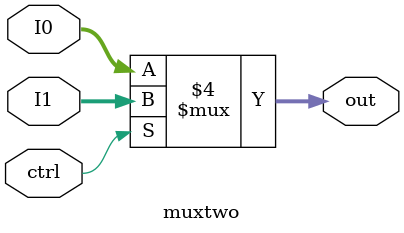
<source format=v>
module muxtwo (I0,I1,ctrl,out);
	input[width-1:0] I0,I1;
	input ctrl;
	output reg[width-1:0] out;
	parameter width=32;

	always @(I0 or I1 or ctrl) begin
		if (ctrl==0)
			out=I0;
		else
			out=I1;
	end
endmodule

</source>
